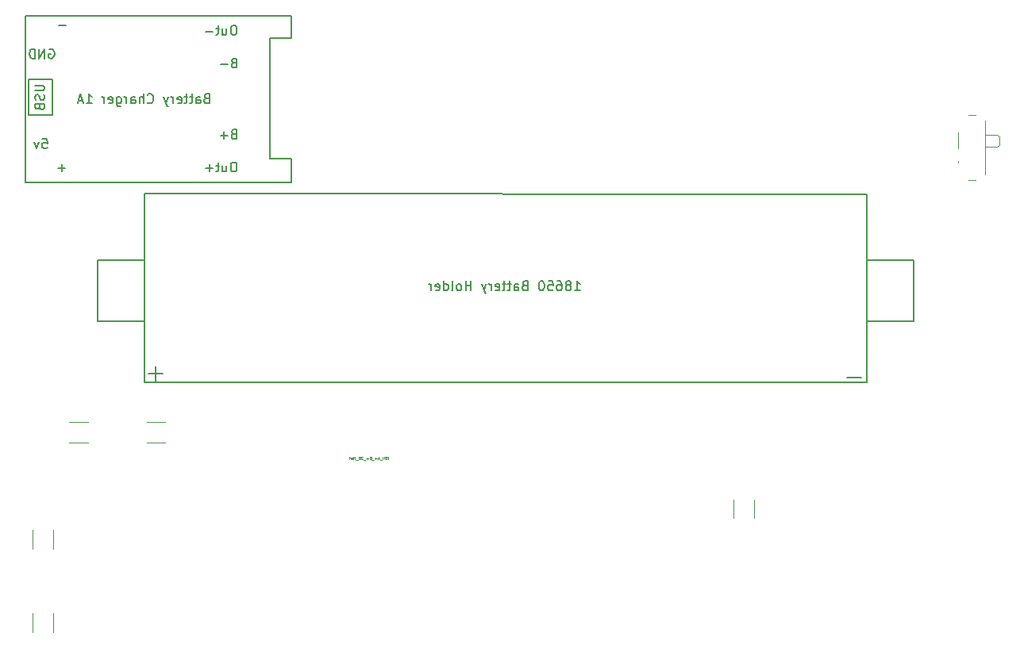
<source format=gbo>
G04 #@! TF.FileFunction,Legend,Bot*
%FSLAX46Y46*%
G04 Gerber Fmt 4.6, Leading zero omitted, Abs format (unit mm)*
G04 Created by KiCad (PCBNEW 4.0.6) date 10/22/17 23:17:58*
%MOMM*%
%LPD*%
G01*
G04 APERTURE LIST*
%ADD10C,0.150000*%
%ADD11C,0.120000*%
%ADD12C,0.030000*%
%ADD13C,0.200000*%
G04 APERTURE END LIST*
D10*
X251401880Y-176549420D02*
X253301880Y-176549420D01*
X253301880Y-176549420D02*
X253301880Y-170049420D01*
X253301880Y-170049420D02*
X251601880Y-170049420D01*
X248301880Y-170049420D02*
X251601880Y-170049420D01*
X248301880Y-176549420D02*
X251401880Y-176549420D01*
X168001880Y-176549420D02*
X166251880Y-176549420D01*
X166251880Y-176549420D02*
X166251880Y-170049420D01*
X166251880Y-170049420D02*
X167451880Y-170049420D01*
X171251880Y-170049420D02*
X167501880Y-170049420D01*
X171251880Y-176549420D02*
X168001880Y-176549420D01*
X248301880Y-162999420D02*
X248301880Y-183049420D01*
X171251880Y-183049420D02*
X248251880Y-183049420D01*
X248301880Y-162999420D02*
X171251880Y-162949420D01*
X171251880Y-162949420D02*
X171251880Y-182999420D01*
X184651880Y-159229420D02*
X184651880Y-146329420D01*
X184651880Y-146329420D02*
X184951880Y-146329420D01*
X184851880Y-146329420D02*
X186951880Y-146329420D01*
X186951880Y-146329420D02*
X186951880Y-146029420D01*
X184851880Y-161729420D02*
X186951880Y-161729420D01*
X186951880Y-161729420D02*
X186951880Y-159229420D01*
X186951880Y-159229420D02*
X184651880Y-159229420D01*
X186951880Y-146029420D02*
X186951880Y-143929420D01*
X186951880Y-143929420D02*
X158551880Y-143929420D01*
X158551880Y-143929420D02*
X158551880Y-161729420D01*
X158951880Y-154529420D02*
X161451880Y-154529420D01*
X161451880Y-154529420D02*
X161451880Y-150729420D01*
X161451880Y-150729420D02*
X158951880Y-150729420D01*
X158951880Y-150729420D02*
X158951880Y-154429420D01*
X158551880Y-161729420D02*
X184851880Y-161729420D01*
D11*
X258091880Y-159409420D02*
X258091880Y-159609420D01*
X262231880Y-156609420D02*
X262441880Y-156809420D01*
X262231880Y-157909420D02*
X262441880Y-157709420D01*
X260941880Y-156609420D02*
X262231880Y-156609420D01*
X262441880Y-156809420D02*
X262441880Y-157709420D01*
X262231880Y-157909420D02*
X260941880Y-157909420D01*
X260941880Y-155159420D02*
X260941880Y-160859420D01*
X258091880Y-156409420D02*
X258091880Y-158109420D01*
X259141880Y-154559420D02*
X259931880Y-154559420D01*
X259931880Y-161459420D02*
X259141880Y-161459420D01*
X236281880Y-197559420D02*
X236281880Y-195559420D01*
X234141880Y-195559420D02*
X234141880Y-197559420D01*
X171521880Y-189469420D02*
X173521880Y-189469420D01*
X173521880Y-187329420D02*
X171521880Y-187329420D01*
X159386880Y-207719420D02*
X159386880Y-209719420D01*
X161526880Y-209719420D02*
X161526880Y-207719420D01*
X159386880Y-198829420D02*
X159386880Y-200829420D01*
X161526880Y-200829420D02*
X161526880Y-198829420D01*
X163266880Y-189469420D02*
X165266880Y-189469420D01*
X165266880Y-187329420D02*
X163266880Y-187329420D01*
D12*
X197119023Y-191295134D02*
X197219023Y-191152277D01*
X197290451Y-191295134D02*
X197290451Y-190995134D01*
X197176166Y-190995134D01*
X197147594Y-191009420D01*
X197133309Y-191023706D01*
X197119023Y-191052277D01*
X197119023Y-191095134D01*
X197133309Y-191123706D01*
X197147594Y-191137991D01*
X197176166Y-191152277D01*
X197290451Y-191152277D01*
X196990451Y-191295134D02*
X196990451Y-190995134D01*
X196876166Y-190995134D01*
X196847594Y-191009420D01*
X196833309Y-191023706D01*
X196819023Y-191052277D01*
X196819023Y-191095134D01*
X196833309Y-191123706D01*
X196847594Y-191137991D01*
X196876166Y-191152277D01*
X196990451Y-191152277D01*
X196690451Y-191295134D02*
X196690451Y-191095134D01*
X196690451Y-190995134D02*
X196704737Y-191009420D01*
X196690451Y-191023706D01*
X196676166Y-191009420D01*
X196690451Y-190995134D01*
X196690451Y-191023706D01*
X196619023Y-191323706D02*
X196390452Y-191323706D01*
X196333309Y-191209420D02*
X196190452Y-191209420D01*
X196361881Y-191295134D02*
X196261881Y-190995134D01*
X196161881Y-191295134D01*
X196061880Y-191180849D02*
X195833309Y-191180849D01*
X195947595Y-191295134D02*
X195947595Y-191066563D01*
X195761880Y-191323706D02*
X195533309Y-191323706D01*
X195361880Y-191137991D02*
X195319023Y-191152277D01*
X195304738Y-191166563D01*
X195290452Y-191195134D01*
X195290452Y-191237991D01*
X195304738Y-191266563D01*
X195319023Y-191280849D01*
X195347595Y-191295134D01*
X195461880Y-191295134D01*
X195461880Y-190995134D01*
X195361880Y-190995134D01*
X195333309Y-191009420D01*
X195319023Y-191023706D01*
X195304738Y-191052277D01*
X195304738Y-191080849D01*
X195319023Y-191109420D01*
X195333309Y-191123706D01*
X195361880Y-191137991D01*
X195461880Y-191137991D01*
X195161880Y-191180849D02*
X194933309Y-191180849D01*
X195047595Y-191295134D02*
X195047595Y-191066563D01*
X194861880Y-191323706D02*
X194633309Y-191323706D01*
X194576166Y-191023706D02*
X194561880Y-191009420D01*
X194533309Y-190995134D01*
X194461880Y-190995134D01*
X194433309Y-191009420D01*
X194419023Y-191023706D01*
X194404738Y-191052277D01*
X194404738Y-191080849D01*
X194419023Y-191123706D01*
X194590452Y-191295134D01*
X194404738Y-191295134D01*
X194176166Y-191137991D02*
X194133309Y-191152277D01*
X194119024Y-191166563D01*
X194104738Y-191195134D01*
X194104738Y-191237991D01*
X194119024Y-191266563D01*
X194133309Y-191280849D01*
X194161881Y-191295134D01*
X194276166Y-191295134D01*
X194276166Y-190995134D01*
X194176166Y-190995134D01*
X194147595Y-191009420D01*
X194133309Y-191023706D01*
X194119024Y-191052277D01*
X194119024Y-191080849D01*
X194133309Y-191109420D01*
X194147595Y-191123706D01*
X194176166Y-191137991D01*
X194276166Y-191137991D01*
X194047595Y-191323706D02*
X193819024Y-191323706D01*
X193747595Y-191295134D02*
X193747595Y-190995134D01*
X193747595Y-191137991D02*
X193576167Y-191137991D01*
X193576167Y-191295134D02*
X193576167Y-190995134D01*
X193304738Y-191295134D02*
X193304738Y-191137991D01*
X193319024Y-191109420D01*
X193347595Y-191095134D01*
X193404738Y-191095134D01*
X193433309Y-191109420D01*
X193304738Y-191280849D02*
X193333309Y-191295134D01*
X193404738Y-191295134D01*
X193433309Y-191280849D01*
X193447595Y-191252277D01*
X193447595Y-191223706D01*
X193433309Y-191195134D01*
X193404738Y-191180849D01*
X193333309Y-191180849D01*
X193304738Y-191166563D01*
X193204738Y-191095134D02*
X193090452Y-191095134D01*
X193161880Y-190995134D02*
X193161880Y-191252277D01*
X193147595Y-191280849D01*
X193119023Y-191295134D01*
X193090452Y-191295134D01*
D13*
X247713785Y-182542277D02*
X246189975Y-182542277D01*
X173213785Y-182142277D02*
X171689975Y-182142277D01*
X172451880Y-182904182D02*
X172451880Y-181380372D01*
D10*
X217154262Y-173251801D02*
X217725691Y-173251801D01*
X217439977Y-173251801D02*
X217439977Y-172251801D01*
X217535215Y-172394658D01*
X217630453Y-172489896D01*
X217725691Y-172537515D01*
X216582834Y-172680372D02*
X216678072Y-172632753D01*
X216725691Y-172585134D01*
X216773310Y-172489896D01*
X216773310Y-172442277D01*
X216725691Y-172347039D01*
X216678072Y-172299420D01*
X216582834Y-172251801D01*
X216392357Y-172251801D01*
X216297119Y-172299420D01*
X216249500Y-172347039D01*
X216201881Y-172442277D01*
X216201881Y-172489896D01*
X216249500Y-172585134D01*
X216297119Y-172632753D01*
X216392357Y-172680372D01*
X216582834Y-172680372D01*
X216678072Y-172727991D01*
X216725691Y-172775610D01*
X216773310Y-172870849D01*
X216773310Y-173061325D01*
X216725691Y-173156563D01*
X216678072Y-173204182D01*
X216582834Y-173251801D01*
X216392357Y-173251801D01*
X216297119Y-173204182D01*
X216249500Y-173156563D01*
X216201881Y-173061325D01*
X216201881Y-172870849D01*
X216249500Y-172775610D01*
X216297119Y-172727991D01*
X216392357Y-172680372D01*
X215344738Y-172251801D02*
X215535215Y-172251801D01*
X215630453Y-172299420D01*
X215678072Y-172347039D01*
X215773310Y-172489896D01*
X215820929Y-172680372D01*
X215820929Y-173061325D01*
X215773310Y-173156563D01*
X215725691Y-173204182D01*
X215630453Y-173251801D01*
X215439976Y-173251801D01*
X215344738Y-173204182D01*
X215297119Y-173156563D01*
X215249500Y-173061325D01*
X215249500Y-172823230D01*
X215297119Y-172727991D01*
X215344738Y-172680372D01*
X215439976Y-172632753D01*
X215630453Y-172632753D01*
X215725691Y-172680372D01*
X215773310Y-172727991D01*
X215820929Y-172823230D01*
X214344738Y-172251801D02*
X214820929Y-172251801D01*
X214868548Y-172727991D01*
X214820929Y-172680372D01*
X214725691Y-172632753D01*
X214487595Y-172632753D01*
X214392357Y-172680372D01*
X214344738Y-172727991D01*
X214297119Y-172823230D01*
X214297119Y-173061325D01*
X214344738Y-173156563D01*
X214392357Y-173204182D01*
X214487595Y-173251801D01*
X214725691Y-173251801D01*
X214820929Y-173204182D01*
X214868548Y-173156563D01*
X213678072Y-172251801D02*
X213582833Y-172251801D01*
X213487595Y-172299420D01*
X213439976Y-172347039D01*
X213392357Y-172442277D01*
X213344738Y-172632753D01*
X213344738Y-172870849D01*
X213392357Y-173061325D01*
X213439976Y-173156563D01*
X213487595Y-173204182D01*
X213582833Y-173251801D01*
X213678072Y-173251801D01*
X213773310Y-173204182D01*
X213820929Y-173156563D01*
X213868548Y-173061325D01*
X213916167Y-172870849D01*
X213916167Y-172632753D01*
X213868548Y-172442277D01*
X213820929Y-172347039D01*
X213773310Y-172299420D01*
X213678072Y-172251801D01*
X211820928Y-172727991D02*
X211678071Y-172775610D01*
X211630452Y-172823230D01*
X211582833Y-172918468D01*
X211582833Y-173061325D01*
X211630452Y-173156563D01*
X211678071Y-173204182D01*
X211773309Y-173251801D01*
X212154262Y-173251801D01*
X212154262Y-172251801D01*
X211820928Y-172251801D01*
X211725690Y-172299420D01*
X211678071Y-172347039D01*
X211630452Y-172442277D01*
X211630452Y-172537515D01*
X211678071Y-172632753D01*
X211725690Y-172680372D01*
X211820928Y-172727991D01*
X212154262Y-172727991D01*
X210725690Y-173251801D02*
X210725690Y-172727991D01*
X210773309Y-172632753D01*
X210868547Y-172585134D01*
X211059024Y-172585134D01*
X211154262Y-172632753D01*
X210725690Y-173204182D02*
X210820928Y-173251801D01*
X211059024Y-173251801D01*
X211154262Y-173204182D01*
X211201881Y-173108944D01*
X211201881Y-173013706D01*
X211154262Y-172918468D01*
X211059024Y-172870849D01*
X210820928Y-172870849D01*
X210725690Y-172823230D01*
X210392357Y-172585134D02*
X210011405Y-172585134D01*
X210249500Y-172251801D02*
X210249500Y-173108944D01*
X210201881Y-173204182D01*
X210106643Y-173251801D01*
X210011405Y-173251801D01*
X209820928Y-172585134D02*
X209439976Y-172585134D01*
X209678071Y-172251801D02*
X209678071Y-173108944D01*
X209630452Y-173204182D01*
X209535214Y-173251801D01*
X209439976Y-173251801D01*
X208725689Y-173204182D02*
X208820927Y-173251801D01*
X209011404Y-173251801D01*
X209106642Y-173204182D01*
X209154261Y-173108944D01*
X209154261Y-172727991D01*
X209106642Y-172632753D01*
X209011404Y-172585134D01*
X208820927Y-172585134D01*
X208725689Y-172632753D01*
X208678070Y-172727991D01*
X208678070Y-172823230D01*
X209154261Y-172918468D01*
X208249499Y-173251801D02*
X208249499Y-172585134D01*
X208249499Y-172775610D02*
X208201880Y-172680372D01*
X208154261Y-172632753D01*
X208059023Y-172585134D01*
X207963784Y-172585134D01*
X207725689Y-172585134D02*
X207487594Y-173251801D01*
X207249498Y-172585134D02*
X207487594Y-173251801D01*
X207582832Y-173489896D01*
X207630451Y-173537515D01*
X207725689Y-173585134D01*
X206106641Y-173251801D02*
X206106641Y-172251801D01*
X206106641Y-172727991D02*
X205535212Y-172727991D01*
X205535212Y-173251801D02*
X205535212Y-172251801D01*
X204916165Y-173251801D02*
X205011403Y-173204182D01*
X205059022Y-173156563D01*
X205106641Y-173061325D01*
X205106641Y-172775610D01*
X205059022Y-172680372D01*
X205011403Y-172632753D01*
X204916165Y-172585134D01*
X204773307Y-172585134D01*
X204678069Y-172632753D01*
X204630450Y-172680372D01*
X204582831Y-172775610D01*
X204582831Y-173061325D01*
X204630450Y-173156563D01*
X204678069Y-173204182D01*
X204773307Y-173251801D01*
X204916165Y-173251801D01*
X204011403Y-173251801D02*
X204106641Y-173204182D01*
X204154260Y-173108944D01*
X204154260Y-172251801D01*
X203201878Y-173251801D02*
X203201878Y-172251801D01*
X203201878Y-173204182D02*
X203297116Y-173251801D01*
X203487593Y-173251801D01*
X203582831Y-173204182D01*
X203630450Y-173156563D01*
X203678069Y-173061325D01*
X203678069Y-172775610D01*
X203630450Y-172680372D01*
X203582831Y-172632753D01*
X203487593Y-172585134D01*
X203297116Y-172585134D01*
X203201878Y-172632753D01*
X202344735Y-173204182D02*
X202439973Y-173251801D01*
X202630450Y-173251801D01*
X202725688Y-173204182D01*
X202773307Y-173108944D01*
X202773307Y-172727991D01*
X202725688Y-172632753D01*
X202630450Y-172585134D01*
X202439973Y-172585134D01*
X202344735Y-172632753D01*
X202297116Y-172727991D01*
X202297116Y-172823230D01*
X202773307Y-172918468D01*
X201868545Y-173251801D02*
X201868545Y-172585134D01*
X201868545Y-172775610D02*
X201820926Y-172680372D01*
X201773307Y-172632753D01*
X201678069Y-172585134D01*
X201582830Y-172585134D01*
X177894738Y-152757991D02*
X177751881Y-152805610D01*
X177704262Y-152853230D01*
X177656643Y-152948468D01*
X177656643Y-153091325D01*
X177704262Y-153186563D01*
X177751881Y-153234182D01*
X177847119Y-153281801D01*
X178228072Y-153281801D01*
X178228072Y-152281801D01*
X177894738Y-152281801D01*
X177799500Y-152329420D01*
X177751881Y-152377039D01*
X177704262Y-152472277D01*
X177704262Y-152567515D01*
X177751881Y-152662753D01*
X177799500Y-152710372D01*
X177894738Y-152757991D01*
X178228072Y-152757991D01*
X176799500Y-153281801D02*
X176799500Y-152757991D01*
X176847119Y-152662753D01*
X176942357Y-152615134D01*
X177132834Y-152615134D01*
X177228072Y-152662753D01*
X176799500Y-153234182D02*
X176894738Y-153281801D01*
X177132834Y-153281801D01*
X177228072Y-153234182D01*
X177275691Y-153138944D01*
X177275691Y-153043706D01*
X177228072Y-152948468D01*
X177132834Y-152900849D01*
X176894738Y-152900849D01*
X176799500Y-152853230D01*
X176466167Y-152615134D02*
X176085215Y-152615134D01*
X176323310Y-152281801D02*
X176323310Y-153138944D01*
X176275691Y-153234182D01*
X176180453Y-153281801D01*
X176085215Y-153281801D01*
X175894738Y-152615134D02*
X175513786Y-152615134D01*
X175751881Y-152281801D02*
X175751881Y-153138944D01*
X175704262Y-153234182D01*
X175609024Y-153281801D01*
X175513786Y-153281801D01*
X174799499Y-153234182D02*
X174894737Y-153281801D01*
X175085214Y-153281801D01*
X175180452Y-153234182D01*
X175228071Y-153138944D01*
X175228071Y-152757991D01*
X175180452Y-152662753D01*
X175085214Y-152615134D01*
X174894737Y-152615134D01*
X174799499Y-152662753D01*
X174751880Y-152757991D01*
X174751880Y-152853230D01*
X175228071Y-152948468D01*
X174323309Y-153281801D02*
X174323309Y-152615134D01*
X174323309Y-152805610D02*
X174275690Y-152710372D01*
X174228071Y-152662753D01*
X174132833Y-152615134D01*
X174037594Y-152615134D01*
X173799499Y-152615134D02*
X173561404Y-153281801D01*
X173323308Y-152615134D02*
X173561404Y-153281801D01*
X173656642Y-153519896D01*
X173704261Y-153567515D01*
X173799499Y-153615134D01*
X171609022Y-153186563D02*
X171656641Y-153234182D01*
X171799498Y-153281801D01*
X171894736Y-153281801D01*
X172037594Y-153234182D01*
X172132832Y-153138944D01*
X172180451Y-153043706D01*
X172228070Y-152853230D01*
X172228070Y-152710372D01*
X172180451Y-152519896D01*
X172132832Y-152424658D01*
X172037594Y-152329420D01*
X171894736Y-152281801D01*
X171799498Y-152281801D01*
X171656641Y-152329420D01*
X171609022Y-152377039D01*
X171180451Y-153281801D02*
X171180451Y-152281801D01*
X170751879Y-153281801D02*
X170751879Y-152757991D01*
X170799498Y-152662753D01*
X170894736Y-152615134D01*
X171037594Y-152615134D01*
X171132832Y-152662753D01*
X171180451Y-152710372D01*
X169847117Y-153281801D02*
X169847117Y-152757991D01*
X169894736Y-152662753D01*
X169989974Y-152615134D01*
X170180451Y-152615134D01*
X170275689Y-152662753D01*
X169847117Y-153234182D02*
X169942355Y-153281801D01*
X170180451Y-153281801D01*
X170275689Y-153234182D01*
X170323308Y-153138944D01*
X170323308Y-153043706D01*
X170275689Y-152948468D01*
X170180451Y-152900849D01*
X169942355Y-152900849D01*
X169847117Y-152853230D01*
X169370927Y-153281801D02*
X169370927Y-152615134D01*
X169370927Y-152805610D02*
X169323308Y-152710372D01*
X169275689Y-152662753D01*
X169180451Y-152615134D01*
X169085212Y-152615134D01*
X168323307Y-152615134D02*
X168323307Y-153424658D01*
X168370926Y-153519896D01*
X168418545Y-153567515D01*
X168513784Y-153615134D01*
X168656641Y-153615134D01*
X168751879Y-153567515D01*
X168323307Y-153234182D02*
X168418545Y-153281801D01*
X168609022Y-153281801D01*
X168704260Y-153234182D01*
X168751879Y-153186563D01*
X168799498Y-153091325D01*
X168799498Y-152805610D01*
X168751879Y-152710372D01*
X168704260Y-152662753D01*
X168609022Y-152615134D01*
X168418545Y-152615134D01*
X168323307Y-152662753D01*
X167466164Y-153234182D02*
X167561402Y-153281801D01*
X167751879Y-153281801D01*
X167847117Y-153234182D01*
X167894736Y-153138944D01*
X167894736Y-152757991D01*
X167847117Y-152662753D01*
X167751879Y-152615134D01*
X167561402Y-152615134D01*
X167466164Y-152662753D01*
X167418545Y-152757991D01*
X167418545Y-152853230D01*
X167894736Y-152948468D01*
X166989974Y-153281801D02*
X166989974Y-152615134D01*
X166989974Y-152805610D02*
X166942355Y-152710372D01*
X166894736Y-152662753D01*
X166799498Y-152615134D01*
X166704259Y-152615134D01*
X165085211Y-153281801D02*
X165656640Y-153281801D01*
X165370926Y-153281801D02*
X165370926Y-152281801D01*
X165466164Y-152424658D01*
X165561402Y-152519896D01*
X165656640Y-152567515D01*
X164704259Y-152996087D02*
X164228068Y-152996087D01*
X164799497Y-153281801D02*
X164466164Y-152281801D01*
X164132830Y-153281801D01*
X161113784Y-147529420D02*
X161209022Y-147481801D01*
X161351879Y-147481801D01*
X161494737Y-147529420D01*
X161589975Y-147624658D01*
X161637594Y-147719896D01*
X161685213Y-147910372D01*
X161685213Y-148053230D01*
X161637594Y-148243706D01*
X161589975Y-148338944D01*
X161494737Y-148434182D01*
X161351879Y-148481801D01*
X161256641Y-148481801D01*
X161113784Y-148434182D01*
X161066165Y-148386563D01*
X161066165Y-148053230D01*
X161256641Y-148053230D01*
X160637594Y-148481801D02*
X160637594Y-147481801D01*
X160066165Y-148481801D01*
X160066165Y-147481801D01*
X159589975Y-148481801D02*
X159589975Y-147481801D01*
X159351880Y-147481801D01*
X159209022Y-147529420D01*
X159113784Y-147624658D01*
X159066165Y-147719896D01*
X159018546Y-147910372D01*
X159018546Y-148053230D01*
X159066165Y-148243706D01*
X159113784Y-148338944D01*
X159209022Y-148434182D01*
X159351880Y-148481801D01*
X159589975Y-148481801D01*
X160394737Y-157081801D02*
X160870928Y-157081801D01*
X160918547Y-157557991D01*
X160870928Y-157510372D01*
X160775690Y-157462753D01*
X160537594Y-157462753D01*
X160442356Y-157510372D01*
X160394737Y-157557991D01*
X160347118Y-157653230D01*
X160347118Y-157891325D01*
X160394737Y-157986563D01*
X160442356Y-158034182D01*
X160537594Y-158081801D01*
X160775690Y-158081801D01*
X160870928Y-158034182D01*
X160918547Y-157986563D01*
X160013785Y-157415134D02*
X159775690Y-158081801D01*
X159537594Y-157415134D01*
X180799498Y-156557991D02*
X180656641Y-156605610D01*
X180609022Y-156653230D01*
X180561403Y-156748468D01*
X180561403Y-156891325D01*
X180609022Y-156986563D01*
X180656641Y-157034182D01*
X180751879Y-157081801D01*
X181132832Y-157081801D01*
X181132832Y-156081801D01*
X180799498Y-156081801D01*
X180704260Y-156129420D01*
X180656641Y-156177039D01*
X180609022Y-156272277D01*
X180609022Y-156367515D01*
X180656641Y-156462753D01*
X180704260Y-156510372D01*
X180799498Y-156557991D01*
X181132832Y-156557991D01*
X180132832Y-156700849D02*
X179370927Y-156700849D01*
X179751879Y-157081801D02*
X179751879Y-156319896D01*
X180799498Y-148957991D02*
X180656641Y-149005610D01*
X180609022Y-149053230D01*
X180561403Y-149148468D01*
X180561403Y-149291325D01*
X180609022Y-149386563D01*
X180656641Y-149434182D01*
X180751879Y-149481801D01*
X181132832Y-149481801D01*
X181132832Y-148481801D01*
X180799498Y-148481801D01*
X180704260Y-148529420D01*
X180656641Y-148577039D01*
X180609022Y-148672277D01*
X180609022Y-148767515D01*
X180656641Y-148862753D01*
X180704260Y-148910372D01*
X180799498Y-148957991D01*
X181132832Y-148957991D01*
X180132832Y-149100849D02*
X179370927Y-149100849D01*
X180904261Y-159581801D02*
X180713784Y-159581801D01*
X180618546Y-159629420D01*
X180523308Y-159724658D01*
X180475689Y-159915134D01*
X180475689Y-160248468D01*
X180523308Y-160438944D01*
X180618546Y-160534182D01*
X180713784Y-160581801D01*
X180904261Y-160581801D01*
X180999499Y-160534182D01*
X181094737Y-160438944D01*
X181142356Y-160248468D01*
X181142356Y-159915134D01*
X181094737Y-159724658D01*
X180999499Y-159629420D01*
X180904261Y-159581801D01*
X179618546Y-159915134D02*
X179618546Y-160581801D01*
X180047118Y-159915134D02*
X180047118Y-160438944D01*
X179999499Y-160534182D01*
X179904261Y-160581801D01*
X179761403Y-160581801D01*
X179666165Y-160534182D01*
X179618546Y-160486563D01*
X179285213Y-159915134D02*
X178904261Y-159915134D01*
X179142356Y-159581801D02*
X179142356Y-160438944D01*
X179094737Y-160534182D01*
X178999499Y-160581801D01*
X178904261Y-160581801D01*
X178570927Y-160200849D02*
X177809022Y-160200849D01*
X178189974Y-160581801D02*
X178189974Y-159819896D01*
X180904261Y-144981801D02*
X180713784Y-144981801D01*
X180618546Y-145029420D01*
X180523308Y-145124658D01*
X180475689Y-145315134D01*
X180475689Y-145648468D01*
X180523308Y-145838944D01*
X180618546Y-145934182D01*
X180713784Y-145981801D01*
X180904261Y-145981801D01*
X180999499Y-145934182D01*
X181094737Y-145838944D01*
X181142356Y-145648468D01*
X181142356Y-145315134D01*
X181094737Y-145124658D01*
X180999499Y-145029420D01*
X180904261Y-144981801D01*
X179618546Y-145315134D02*
X179618546Y-145981801D01*
X180047118Y-145315134D02*
X180047118Y-145838944D01*
X179999499Y-145934182D01*
X179904261Y-145981801D01*
X179761403Y-145981801D01*
X179666165Y-145934182D01*
X179618546Y-145886563D01*
X179285213Y-145315134D02*
X178904261Y-145315134D01*
X179142356Y-144981801D02*
X179142356Y-145838944D01*
X179094737Y-145934182D01*
X178999499Y-145981801D01*
X178904261Y-145981801D01*
X178570927Y-145600849D02*
X177809022Y-145600849D01*
X159604261Y-151367515D02*
X160413785Y-151367515D01*
X160509023Y-151415134D01*
X160556642Y-151462753D01*
X160604261Y-151557991D01*
X160604261Y-151748468D01*
X160556642Y-151843706D01*
X160509023Y-151891325D01*
X160413785Y-151938944D01*
X159604261Y-151938944D01*
X160556642Y-152367515D02*
X160604261Y-152510372D01*
X160604261Y-152748468D01*
X160556642Y-152843706D01*
X160509023Y-152891325D01*
X160413785Y-152938944D01*
X160318547Y-152938944D01*
X160223309Y-152891325D01*
X160175690Y-152843706D01*
X160128070Y-152748468D01*
X160080451Y-152557991D01*
X160032832Y-152462753D01*
X159985213Y-152415134D01*
X159889975Y-152367515D01*
X159794737Y-152367515D01*
X159699499Y-152415134D01*
X159651880Y-152462753D01*
X159604261Y-152557991D01*
X159604261Y-152796087D01*
X159651880Y-152938944D01*
X160080451Y-153700849D02*
X160128070Y-153843706D01*
X160175690Y-153891325D01*
X160270928Y-153938944D01*
X160413785Y-153938944D01*
X160509023Y-153891325D01*
X160556642Y-153843706D01*
X160604261Y-153748468D01*
X160604261Y-153367515D01*
X159604261Y-153367515D01*
X159604261Y-153700849D01*
X159651880Y-153796087D01*
X159699499Y-153843706D01*
X159794737Y-153891325D01*
X159889975Y-153891325D01*
X159985213Y-153843706D01*
X160032832Y-153796087D01*
X160080451Y-153700849D01*
X160080451Y-153367515D01*
X162932832Y-145000849D02*
X162170927Y-145000849D01*
X162832832Y-160200849D02*
X162070927Y-160200849D01*
X162451879Y-160581801D02*
X162451879Y-159819896D01*
M02*

</source>
